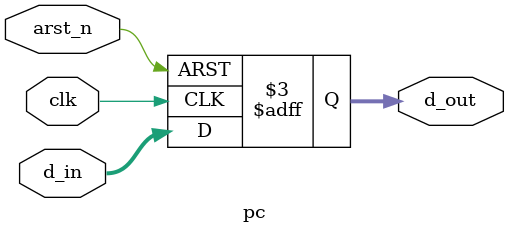
<source format=v>
`define WIDTH 32
`timescale 1ns/1ps
module pc(d_in, d_out, clk, arst_n);

input [`WIDTH-1:0] d_in;
input clk, arst_n;

output reg [`WIDTH-1:0] d_out;

always @(posedge clk or negedge arst_n) begin
	if(!arst_n) d_out = 0;
	else d_out = d_in;
end

endmodule

</source>
